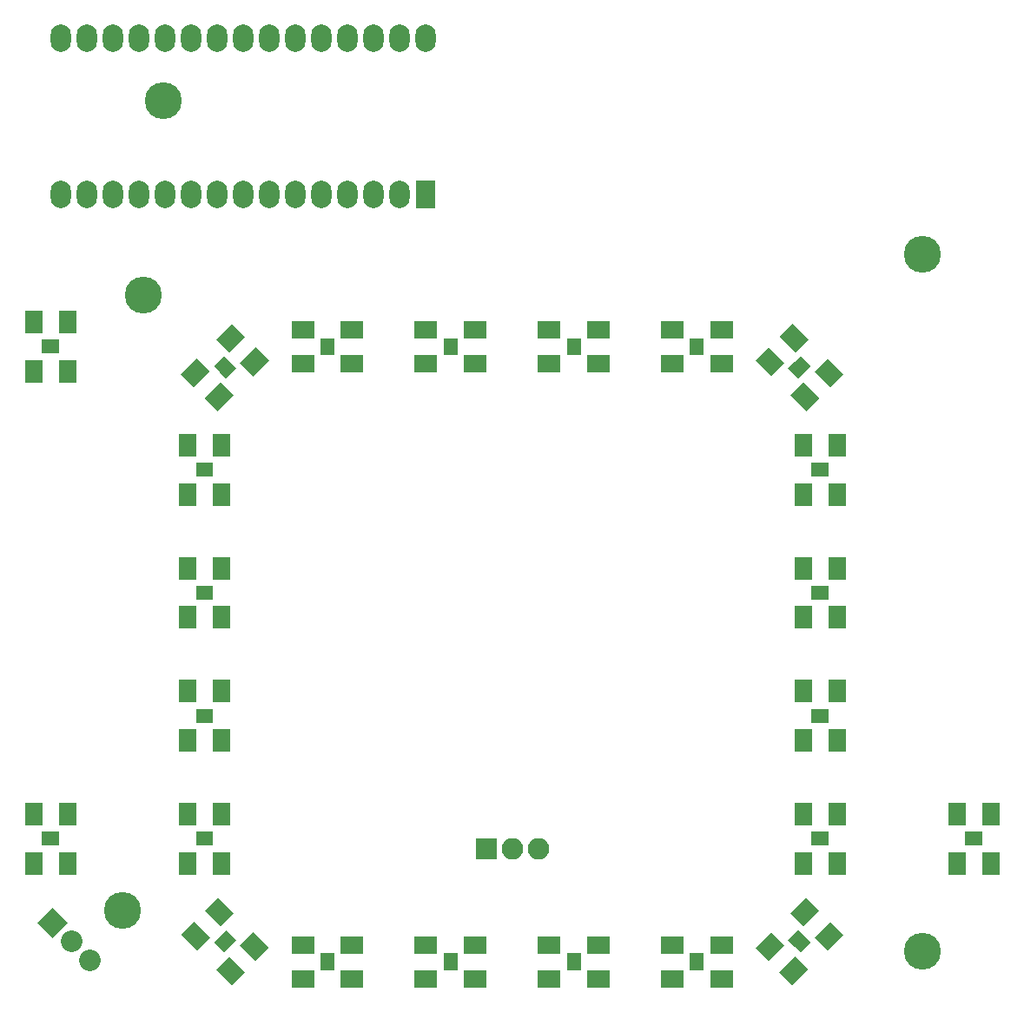
<source format=gts>
G04 #@! TF.FileFunction,Soldermask,Top*
%FSLAX46Y46*%
G04 Gerber Fmt 4.6, Leading zero omitted, Abs format (unit mm)*
G04 Created by KiCad (PCBNEW 4.0.7) date 12/17/17 19:01:40*
%MOMM*%
%LPD*%
G01*
G04 APERTURE LIST*
%ADD10C,0.100000*%
%ADD11R,2.100000X2.100000*%
%ADD12O,2.100000X2.100000*%
%ADD13C,2.100000*%
%ADD14C,3.600000*%
%ADD15R,1.800000X2.200000*%
%ADD16R,0.900000X1.400000*%
%ADD17R,2.200000X1.800000*%
%ADD18R,1.400000X0.900000*%
%ADD19R,1.974800X2.686000*%
%ADD20O,1.974800X2.686000*%
G04 APERTURE END LIST*
D10*
D11*
X137460000Y-134000000D03*
D12*
X140000000Y-134000000D03*
X142540000Y-134000000D03*
D10*
G36*
X95203949Y-139719025D02*
X96688873Y-141203949D01*
X95203949Y-142688873D01*
X93719025Y-141203949D01*
X95203949Y-139719025D01*
X95203949Y-139719025D01*
G37*
D13*
X97000000Y-143000000D02*
X97000000Y-143000000D01*
X98796051Y-144796051D02*
X98796051Y-144796051D01*
D14*
X180000000Y-76000000D03*
X180000000Y-144000000D03*
X102000000Y-140000000D03*
X104000000Y-80000000D03*
D15*
X96650000Y-130600000D03*
X93350000Y-130600000D03*
X93350000Y-135400000D03*
X96650000Y-135400000D03*
D16*
X95400000Y-133000000D03*
X94600000Y-133000000D03*
D15*
X183350000Y-135400000D03*
X186650000Y-135400000D03*
X186650000Y-130600000D03*
X183350000Y-130600000D03*
D16*
X184600000Y-133000000D03*
X185400000Y-133000000D03*
D10*
G36*
X113449568Y-86611091D02*
X115005203Y-85055456D01*
X116277996Y-86328249D01*
X114722361Y-87883884D01*
X113449568Y-86611091D01*
X113449568Y-86611091D01*
G37*
G36*
X111116116Y-84277639D02*
X112671751Y-82722004D01*
X113944544Y-83994797D01*
X112388909Y-85550432D01*
X111116116Y-84277639D01*
X111116116Y-84277639D01*
G37*
G36*
X107722004Y-87671751D02*
X109277639Y-86116116D01*
X110550432Y-87388909D01*
X108994797Y-88944544D01*
X107722004Y-87671751D01*
X107722004Y-87671751D01*
G37*
G36*
X110055456Y-90005203D02*
X111611091Y-88449568D01*
X112883884Y-89722361D01*
X111328249Y-91277996D01*
X110055456Y-90005203D01*
X110055456Y-90005203D01*
G37*
G36*
X111469670Y-87459620D02*
X112459620Y-86469670D01*
X113096016Y-87106066D01*
X112106066Y-88096016D01*
X111469670Y-87459620D01*
X111469670Y-87459620D01*
G37*
G36*
X110903984Y-86893934D02*
X111893934Y-85903984D01*
X112530330Y-86540380D01*
X111540380Y-87530330D01*
X110903984Y-86893934D01*
X110903984Y-86893934D01*
G37*
D17*
X136400000Y-86650000D03*
X136400000Y-83350000D03*
X131600000Y-83350000D03*
X131600000Y-86650000D03*
D18*
X134000000Y-85400000D03*
X134000000Y-84600000D03*
D17*
X148400000Y-86650000D03*
X148400000Y-83350000D03*
X143600000Y-83350000D03*
X143600000Y-86650000D03*
D18*
X146000000Y-85400000D03*
X146000000Y-84600000D03*
D17*
X160400000Y-86650000D03*
X160400000Y-83350000D03*
X155600000Y-83350000D03*
X155600000Y-86650000D03*
D18*
X158000000Y-85400000D03*
X158000000Y-84600000D03*
D10*
G36*
X168388909Y-88449568D02*
X169944544Y-90005203D01*
X168671751Y-91277996D01*
X167116116Y-89722361D01*
X168388909Y-88449568D01*
X168388909Y-88449568D01*
G37*
G36*
X170722361Y-86116116D02*
X172277996Y-87671751D01*
X171005203Y-88944544D01*
X169449568Y-87388909D01*
X170722361Y-86116116D01*
X170722361Y-86116116D01*
G37*
G36*
X167328249Y-82722004D02*
X168883884Y-84277639D01*
X167611091Y-85550432D01*
X166055456Y-83994797D01*
X167328249Y-82722004D01*
X167328249Y-82722004D01*
G37*
G36*
X164994797Y-85055456D02*
X166550432Y-86611091D01*
X165277639Y-87883884D01*
X163722004Y-86328249D01*
X164994797Y-85055456D01*
X164994797Y-85055456D01*
G37*
G36*
X167540380Y-86469670D02*
X168530330Y-87459620D01*
X167893934Y-88096016D01*
X166903984Y-87106066D01*
X167540380Y-86469670D01*
X167540380Y-86469670D01*
G37*
G36*
X168106066Y-85903984D02*
X169096016Y-86893934D01*
X168459620Y-87530330D01*
X167469670Y-86540380D01*
X168106066Y-85903984D01*
X168106066Y-85903984D01*
G37*
D15*
X168350000Y-99400000D03*
X171650000Y-99400000D03*
X171650000Y-94600000D03*
X168350000Y-94600000D03*
D16*
X169600000Y-97000000D03*
X170400000Y-97000000D03*
D15*
X168350000Y-111400000D03*
X171650000Y-111400000D03*
X171650000Y-106600000D03*
X168350000Y-106600000D03*
D16*
X169600000Y-109000000D03*
X170400000Y-109000000D03*
D15*
X168350000Y-123400000D03*
X171650000Y-123400000D03*
X171650000Y-118600000D03*
X168350000Y-118600000D03*
D16*
X169600000Y-121000000D03*
X170400000Y-121000000D03*
D15*
X168350000Y-135400000D03*
X171650000Y-135400000D03*
X171650000Y-130600000D03*
X168350000Y-130600000D03*
D16*
X169600000Y-133000000D03*
X170400000Y-133000000D03*
D10*
G36*
X166550432Y-143388909D02*
X164994797Y-144944544D01*
X163722004Y-143671751D01*
X165277639Y-142116116D01*
X166550432Y-143388909D01*
X166550432Y-143388909D01*
G37*
G36*
X168883884Y-145722361D02*
X167328249Y-147277996D01*
X166055456Y-146005203D01*
X167611091Y-144449568D01*
X168883884Y-145722361D01*
X168883884Y-145722361D01*
G37*
G36*
X172277996Y-142328249D02*
X170722361Y-143883884D01*
X169449568Y-142611091D01*
X171005203Y-141055456D01*
X172277996Y-142328249D01*
X172277996Y-142328249D01*
G37*
G36*
X169944544Y-139994797D02*
X168388909Y-141550432D01*
X167116116Y-140277639D01*
X168671751Y-138722004D01*
X169944544Y-139994797D01*
X169944544Y-139994797D01*
G37*
G36*
X168530330Y-142540380D02*
X167540380Y-143530330D01*
X166903984Y-142893934D01*
X167893934Y-141903984D01*
X168530330Y-142540380D01*
X168530330Y-142540380D01*
G37*
G36*
X169096016Y-143106066D02*
X168106066Y-144096016D01*
X167469670Y-143459620D01*
X168459620Y-142469670D01*
X169096016Y-143106066D01*
X169096016Y-143106066D01*
G37*
D17*
X155600000Y-143350000D03*
X155600000Y-146650000D03*
X160400000Y-146650000D03*
X160400000Y-143350000D03*
D18*
X158000000Y-144600000D03*
X158000000Y-145400000D03*
D17*
X143600000Y-143350000D03*
X143600000Y-146650000D03*
X148400000Y-146650000D03*
X148400000Y-143350000D03*
D18*
X146000000Y-144600000D03*
X146000000Y-145400000D03*
D17*
X131600000Y-143350000D03*
X131600000Y-146650000D03*
X136400000Y-146650000D03*
X136400000Y-143350000D03*
D18*
X134000000Y-144600000D03*
X134000000Y-145400000D03*
D17*
X119600000Y-143350000D03*
X119600000Y-146650000D03*
X124400000Y-146650000D03*
X124400000Y-143350000D03*
D18*
X122000000Y-144600000D03*
X122000000Y-145400000D03*
D10*
G36*
X111611091Y-141550432D02*
X110055456Y-139994797D01*
X111328249Y-138722004D01*
X112883884Y-140277639D01*
X111611091Y-141550432D01*
X111611091Y-141550432D01*
G37*
G36*
X109277639Y-143883884D02*
X107722004Y-142328249D01*
X108994797Y-141055456D01*
X110550432Y-142611091D01*
X109277639Y-143883884D01*
X109277639Y-143883884D01*
G37*
G36*
X112671751Y-147277996D02*
X111116116Y-145722361D01*
X112388909Y-144449568D01*
X113944544Y-146005203D01*
X112671751Y-147277996D01*
X112671751Y-147277996D01*
G37*
G36*
X115005203Y-144944544D02*
X113449568Y-143388909D01*
X114722361Y-142116116D01*
X116277996Y-143671751D01*
X115005203Y-144944544D01*
X115005203Y-144944544D01*
G37*
G36*
X112459620Y-143530330D02*
X111469670Y-142540380D01*
X112106066Y-141903984D01*
X113096016Y-142893934D01*
X112459620Y-143530330D01*
X112459620Y-143530330D01*
G37*
G36*
X111893934Y-144096016D02*
X110903984Y-143106066D01*
X111540380Y-142469670D01*
X112530330Y-143459620D01*
X111893934Y-144096016D01*
X111893934Y-144096016D01*
G37*
D15*
X111650000Y-130600000D03*
X108350000Y-130600000D03*
X108350000Y-135400000D03*
X111650000Y-135400000D03*
D16*
X110400000Y-133000000D03*
X109600000Y-133000000D03*
D15*
X111650000Y-118600000D03*
X108350000Y-118600000D03*
X108350000Y-123400000D03*
X111650000Y-123400000D03*
D16*
X110400000Y-121000000D03*
X109600000Y-121000000D03*
D15*
X111650000Y-106600000D03*
X108350000Y-106600000D03*
X108350000Y-111400000D03*
X111650000Y-111400000D03*
D16*
X110400000Y-109000000D03*
X109600000Y-109000000D03*
D15*
X111650000Y-94600000D03*
X108350000Y-94600000D03*
X108350000Y-99400000D03*
X111650000Y-99400000D03*
D16*
X110400000Y-97000000D03*
X109600000Y-97000000D03*
D15*
X96650000Y-82600000D03*
X93350000Y-82600000D03*
X93350000Y-87400000D03*
X96650000Y-87400000D03*
D16*
X95400000Y-85000000D03*
X94600000Y-85000000D03*
D17*
X124400000Y-86650000D03*
X124400000Y-83350000D03*
X119600000Y-83350000D03*
X119600000Y-86650000D03*
D18*
X122000000Y-85400000D03*
X122000000Y-84600000D03*
D14*
X106000000Y-61000000D03*
D19*
X131550000Y-70120000D03*
D20*
X129010000Y-70120000D03*
X126470000Y-70120000D03*
X123930000Y-70120000D03*
X121390000Y-70120000D03*
X118850000Y-70120000D03*
X116310000Y-70120000D03*
X113770000Y-70120000D03*
X111230000Y-70120000D03*
X108690000Y-70120000D03*
X106150000Y-70120000D03*
X103610000Y-70120000D03*
X101070000Y-70120000D03*
X98530000Y-70120000D03*
X95990000Y-70120000D03*
X95990000Y-54880000D03*
X98530000Y-54880000D03*
X101070000Y-54880000D03*
X103610000Y-54880000D03*
X106150000Y-54880000D03*
X108690000Y-54880000D03*
X111230000Y-54880000D03*
X113770000Y-54880000D03*
X116310000Y-54880000D03*
X118850000Y-54880000D03*
X121390000Y-54880000D03*
X123930000Y-54880000D03*
X126470000Y-54880000D03*
X129010000Y-54880000D03*
X131550000Y-54880000D03*
M02*

</source>
